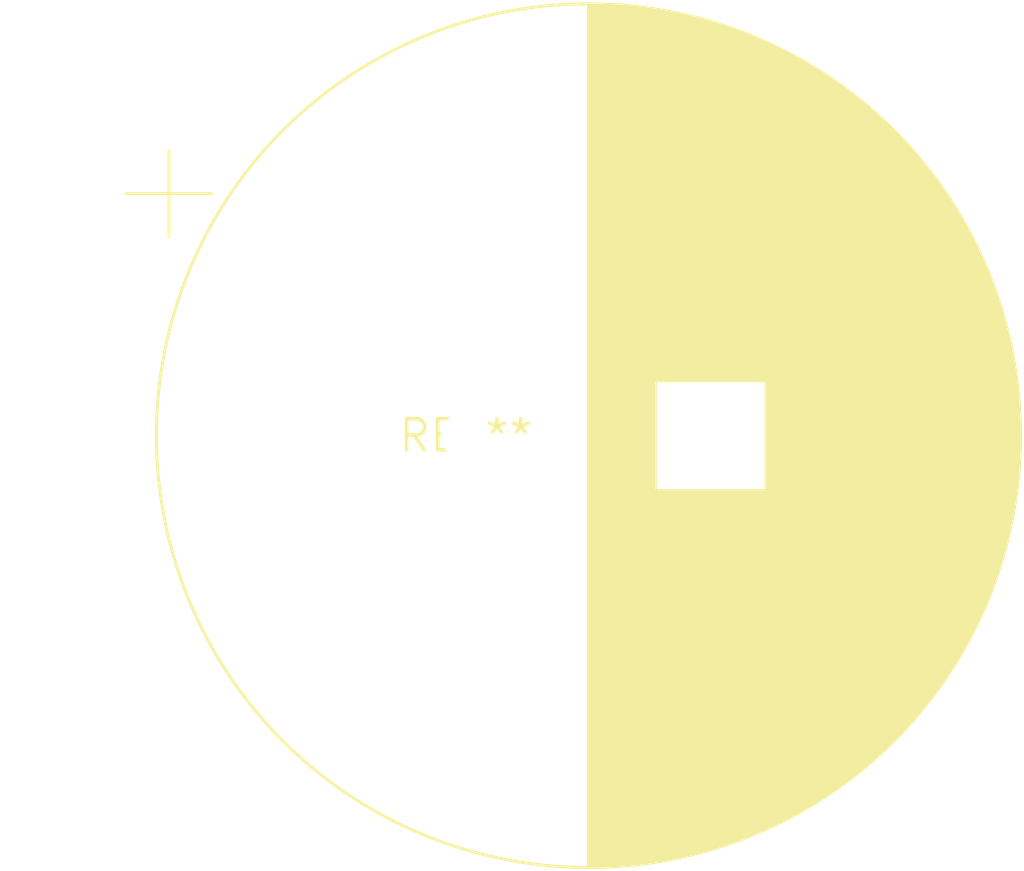
<source format=kicad_pcb>
(kicad_pcb (version 20240108) (generator pcbnew)
  (layers (0 "F.Cu" signal) (31 "B.Cu" signal) (34 "B.Paste" user) (35 "F.Paste" user) (36 "B.SilkS" user "B.Silkscreen") (37 "F.SilkS" user "F.Silkscreen") (38 "B.Mask" user) (39 "F.Mask" user) (44 "Edge.Cuts" user))
  (net 0 "")
  (footprint "CP_Radial_D35.0mm_P10.00mm_SnapIn" (layer "F.Cu") (at 0 0)
    (property "Reference" "REF**")
    (property "Value" "CP_Radial_D35.0mm_P10.00mm_SnapIn")
    (fp_line (start -13.854002 -9.875) (end -10.354002 -9.875) (layer "F.SilkS") (stroke (width 0.12)))
    (fp_line (start -12.104002 -11.625) (end -12.104002 -8.125) (layer "F.SilkS") (stroke (width 0.12)))
    (fp_line (start 5 -17.58) (end 5 17.58) (layer "F.SilkS") (stroke (width 0.12)))
    (fp_line (start 5.04 -17.58) (end 5.04 17.58) (layer "F.SilkS") (stroke (width 0.12)))
    (fp_line (start 5.08 -17.58) (end 5.08 17.58) (layer "F.SilkS") (stroke (width 0.12)))
    (fp_line (start 5.12 -17.58) (end 5.12 17.58) (layer "F.SilkS") (stroke (width 0.12)))
    (fp_line (start 5.16 -17.58) (end 5.16 17.58) (layer "F.SilkS") (stroke (width 0.12)))
    (fp_line (start 5.2 -17.579) (end 5.2 17.579) (layer "F.SilkS") (stroke (width 0.12)))
    (fp_line (start 5.24 -17.579) (end 5.24 17.579) (layer "F.SilkS") (stroke (width 0.12)))
    (fp_line (start 5.28 -17.578) (end 5.28 17.578) (layer "F.SilkS") (stroke (width 0.12)))
    (fp_line (start 5.32 -17.578) (end 5.32 17.578) (layer "F.SilkS") (stroke (width 0.12)))
    (fp_line (start 5.36 -17.577) (end 5.36 17.577) (layer "F.SilkS") (stroke (width 0.12)))
    (fp_line (start 5.4 -17.576) (end 5.4 17.576) (layer "F.SilkS") (stroke (width 0.12)))
    (fp_line (start 5.44 -17.575) (end 5.44 17.575) (layer "F.SilkS") (stroke (width 0.12)))
    (fp_line (start 5.48 -17.574) (end 5.48 17.574) (layer "F.SilkS") (stroke (width 0.12)))
    (fp_line (start 5.52 -17.573) (end 5.52 17.573) (layer "F.SilkS") (stroke (width 0.12)))
    (fp_line (start 5.56 -17.572) (end 5.56 17.572) (layer "F.SilkS") (stroke (width 0.12)))
    (fp_line (start 5.6 -17.57) (end 5.6 17.57) (layer "F.SilkS") (stroke (width 0.12)))
    (fp_line (start 5.64 -17.569) (end 5.64 17.569) (layer "F.SilkS") (stroke (width 0.12)))
    (fp_line (start 5.68 -17.567) (end 5.68 17.567) (layer "F.SilkS") (stroke (width 0.12)))
    (fp_line (start 5.721 -17.566) (end 5.721 17.566) (layer "F.SilkS") (stroke (width 0.12)))
    (fp_line (start 5.761 -17.564) (end 5.761 17.564) (layer "F.SilkS") (stroke (width 0.12)))
    (fp_line (start 5.801 -17.562) (end 5.801 17.562) (layer "F.SilkS") (stroke (width 0.12)))
    (fp_line (start 5.841 -17.56) (end 5.841 17.56) (layer "F.SilkS") (stroke (width 0.12)))
    (fp_line (start 5.881 -17.559) (end 5.881 17.559) (layer "F.SilkS") (stroke (width 0.12)))
    (fp_line (start 5.921 -17.556) (end 5.921 17.556) (layer "F.SilkS") (stroke (width 0.12)))
    (fp_line (start 5.961 -17.554) (end 5.961 17.554) (layer "F.SilkS") (stroke (width 0.12)))
    (fp_line (start 6.001 -17.552) (end 6.001 17.552) (layer "F.SilkS") (stroke (width 0.12)))
    (fp_line (start 6.041 -17.55) (end 6.041 17.55) (layer "F.SilkS") (stroke (width 0.12)))
    (fp_line (start 6.081 -17.547) (end 6.081 17.547) (layer "F.SilkS") (stroke (width 0.12)))
    (fp_line (start 6.121 -17.545) (end 6.121 17.545) (layer "F.SilkS") (stroke (width 0.12)))
    (fp_line (start 6.161 -17.542) (end 6.161 17.542) (layer "F.SilkS") (stroke (width 0.12)))
    (fp_line (start 6.201 -17.54) (end 6.201 17.54) (layer "F.SilkS") (stroke (width 0.12)))
    (fp_line (start 6.241 -17.537) (end 6.241 17.537) (layer "F.SilkS") (stroke (width 0.12)))
    (fp_line (start 6.281 -17.534) (end 6.281 17.534) (layer "F.SilkS") (stroke (width 0.12)))
    (fp_line (start 6.321 -17.531) (end 6.321 17.531) (layer "F.SilkS") (stroke (width 0.12)))
    (fp_line (start 6.361 -17.528) (end 6.361 17.528) (layer "F.SilkS") (stroke (width 0.12)))
    (fp_line (start 6.401 -17.525) (end 6.401 17.525) (layer "F.SilkS") (stroke (width 0.12)))
    (fp_line (start 6.441 -17.522) (end 6.441 17.522) (layer "F.SilkS") (stroke (width 0.12)))
    (fp_line (start 6.481 -17.518) (end 6.481 17.518) (layer "F.SilkS") (stroke (width 0.12)))
    (fp_line (start 6.521 -17.515) (end 6.521 17.515) (layer "F.SilkS") (stroke (width 0.12)))
    (fp_line (start 6.561 -17.511) (end 6.561 17.511) (layer "F.SilkS") (stroke (width 0.12)))
    (fp_line (start 6.601 -17.508) (end 6.601 17.508) (layer "F.SilkS") (stroke (width 0.12)))
    (fp_line (start 6.641 -17.504) (end 6.641 17.504) (layer "F.SilkS") (stroke (width 0.12)))
    (fp_line (start 6.681 -17.5) (end 6.681 17.5) (layer "F.SilkS") (stroke (width 0.12)))
    (fp_line (start 6.721 -17.496) (end 6.721 17.496) (layer "F.SilkS") (stroke (width 0.12)))
    (fp_line (start 6.761 -17.492) (end 6.761 17.492) (layer "F.SilkS") (stroke (width 0.12)))
    (fp_line (start 6.801 -17.488) (end 6.801 17.488) (layer "F.SilkS") (stroke (width 0.12)))
    (fp_line (start 6.841 -17.484) (end 6.841 17.484) (layer "F.SilkS") (stroke (width 0.12)))
    (fp_line (start 6.881 -17.48) (end 6.881 17.48) (layer "F.SilkS") (stroke (width 0.12)))
    (fp_line (start 6.921 -17.476) (end 6.921 17.476) (layer "F.SilkS") (stroke (width 0.12)))
    (fp_line (start 6.961 -17.471) (end 6.961 17.471) (layer "F.SilkS") (stroke (width 0.12)))
    (fp_line (start 7.001 -17.467) (end 7.001 17.467) (layer "F.SilkS") (stroke (width 0.12)))
    (fp_line (start 7.041 -17.462) (end 7.041 17.462) (layer "F.SilkS") (stroke (width 0.12)))
    (fp_line (start 7.081 -17.457) (end 7.081 17.457) (layer "F.SilkS") (stroke (width 0.12)))
    (fp_line (start 7.121 -17.452) (end 7.121 17.452) (layer "F.SilkS") (stroke (width 0.12)))
    (fp_line (start 7.161 -17.448) (end 7.161 17.448) (layer "F.SilkS") (stroke (width 0.12)))
    (fp_line (start 7.201 -17.443) (end 7.201 17.443) (layer "F.SilkS") (stroke (width 0.12)))
    (fp_line (start 7.241 -17.438) (end 7.241 17.438) (layer "F.SilkS") (stroke (width 0.12)))
    (fp_line (start 7.281 -17.432) (end 7.281 17.432) (layer "F.SilkS") (stroke (width 0.12)))
    (fp_line (start 7.321 -17.427) (end 7.321 17.427) (layer "F.SilkS") (stroke (width 0.12)))
    (fp_line (start 7.361 -17.422) (end 7.361 17.422) (layer "F.SilkS") (stroke (width 0.12)))
    (fp_line (start 7.401 -17.416) (end 7.401 17.416) (layer "F.SilkS") (stroke (width 0.12)))
    (fp_line (start 7.441 -17.411) (end 7.441 17.411) (layer "F.SilkS") (stroke (width 0.12)))
    (fp_line (start 7.481 -17.405) (end 7.481 17.405) (layer "F.SilkS") (stroke (width 0.12)))
    (fp_line (start 7.521 -17.399) (end 7.521 17.399) (layer "F.SilkS") (stroke (width 0.12)))
    (fp_line (start 7.561 -17.394) (end 7.561 17.394) (layer "F.SilkS") (stroke (width 0.12)))
    (fp_line (start 7.601 -17.388) (end 7.601 17.388) (layer "F.SilkS") (stroke (width 0.12)))
    (fp_line (start 7.641 -17.382) (end 7.641 17.382) (layer "F.SilkS") (stroke (width 0.12)))
    (fp_line (start 7.681 -17.375) (end 7.681 17.375) (layer "F.SilkS") (stroke (width 0.12)))
    (fp_line (start 7.721 -17.369) (end 7.721 17.369) (layer "F.SilkS") (stroke (width 0.12)))
    (fp_line (start 7.761 -17.363) (end 7.761 -2.24) (layer "F.SilkS") (stroke (width 0.12)))
    (fp_line (start 7.761 2.24) (end 7.761 17.363) (layer "F.SilkS") (stroke (width 0.12)))
    (fp_line (start 7.801 -17.357) (end 7.801 -2.24) (layer "F.SilkS") (stroke (width 0.12)))
    (fp_line (start 7.801 2.24) (end 7.801 17.357) (layer "F.SilkS") (stroke (width 0.12)))
    (fp_line (start 7.841 -17.35) (end 7.841 -2.24) (layer "F.SilkS") (stroke (width 0.12)))
    (fp_line (start 7.841 2.24) (end 7.841 17.35) (layer "F.SilkS") (stroke (width 0.12)))
    (fp_line (start 7.881 -17.344) (end 7.881 -2.24) (layer "F.SilkS") (stroke (width 0.12)))
    (fp_line (start 7.881 2.24) (end 7.881 17.344) (layer "F.SilkS") (stroke (width 0.12)))
    (fp_line (start 7.921 -17.337) (end 7.921 -2.24) (layer "F.SilkS") (stroke (width 0.12)))
    (fp_line (start 7.921 2.24) (end 7.921 17.337) (layer "F.SilkS") (stroke (width 0.12)))
    (fp_line (start 7.961 -17.33) (end 7.961 -2.24) (layer "F.SilkS") (stroke (width 0.12)))
    (fp_line (start 7.961 2.24) (end 7.961 17.33) (layer "F.SilkS") (stroke (width 0.12)))
    (fp_line (start 8.001 -17.323) (end 8.001 -2.24) (layer "F.SilkS") (stroke (width 0.12)))
    (fp_line (start 8.001 2.24) (end 8.001 17.323) (layer "F.SilkS") (stroke (width 0.12)))
    (fp_line (start 8.041 -17.316) (end 8.041 -2.24) (layer "F.SilkS") (stroke (width 0.12)))
    (fp_line (start 8.041 2.24) (end 8.041 17.316) (layer "F.SilkS") (stroke (width 0.12)))
    (fp_line (start 8.081 -17.309) (end 8.081 -2.24) (layer "F.SilkS") (stroke (width 0.12)))
    (fp_line (start 8.081 2.24) (end 8.081 17.309) (layer "F.SilkS") (stroke (width 0.12)))
    (fp_line (start 8.121 -17.302) (end 8.121 -2.24) (layer "F.SilkS") (stroke (width 0.12)))
    (fp_line (start 8.121 2.24) (end 8.121 17.302) (layer "F.SilkS") (stroke (width 0.12)))
    (fp_line (start 8.161 -17.295) (end 8.161 -2.24) (layer "F.SilkS") (stroke (width 0.12)))
    (fp_line (start 8.161 2.24) (end 8.161 17.295) (layer "F.SilkS") (stroke (width 0.12)))
    (fp_line (start 8.201 -17.287) (end 8.201 -2.24) (layer "F.SilkS") (stroke (width 0.12)))
    (fp_line (start 8.201 2.24) (end 8.201 17.287) (layer "F.SilkS") (stroke (width 0.12)))
    (fp_line (start 8.241 -17.28) (end 8.241 -2.24) (layer "F.SilkS") (stroke (width 0.12)))
    (fp_line (start 8.241 2.24) (end 8.241 17.28) (layer "F.SilkS") (stroke (width 0.12)))
    (fp_line (start 8.281 -17.273) (end 8.281 -2.24) (layer "F.SilkS") (stroke (width 0.12)))
    (fp_line (start 8.281 2.24) (end 8.281 17.273) (layer "F.SilkS") (stroke (width 0.12)))
    (fp_line (start 8.321 -17.265) (end 8.321 -2.24) (layer "F.SilkS") (stroke (width 0.12)))
    (fp_line (start 8.321 2.24) (end 8.321 17.265) (layer "F.SilkS") (stroke (width 0.12)))
    (fp_line (start 8.361 -17.257) (end 8.361 -2.24) (layer "F.SilkS") (stroke (width 0.12)))
    (fp_line (start 8.361 2.24) (end 8.361 17.257) (layer "F.SilkS") (stroke (width 0.12)))
    (fp_line (start 8.401 -17.249) (end 8.401 -2.24) (layer "F.SilkS") (stroke (width 0.12)))
    (fp_line (start 8.401 2.24) (end 8.401 17.249) (layer "F.SilkS") (stroke (width 0.12)))
    (fp_line (start 8.441 -17.241) (end 8.441 -2.24) (layer "F.SilkS") (stroke (width 0.12)))
    (fp_line (start 8.441 2.24) (end 8.441 17.241) (layer "F.SilkS") (stroke (width 0.12)))
    (fp_line (start 8.481 -17.233) (end 8.481 -2.24) (layer "F.SilkS") (stroke (width 0.12)))
    (fp_line (start 8.481 2.24) (end 8.481 17.233) (layer "F.SilkS") (stroke (width 0.12)))
    (fp_line (start 8.521 -17.225) (end 8.521 -2.24) (layer "F.SilkS") (stroke (width 0.12)))
    (fp_line (start 8.521 2.24) (end 8.521 17.225) (layer "F.SilkS") (stroke (width 0.12)))
    (fp_line (start 8.561 -17.217) (end 8.561 -2.24) (layer "F.SilkS") (stroke (width 0.12)))
    (fp_line (start 8.561 2.24) (end 8.561 17.217) (layer "F.SilkS") (stroke (width 0.12)))
    (fp_line (start 8.601 -17.209) (end 8.601 -2.24) (layer "F.SilkS") (stroke (width 0.12)))
    (fp_line (start 8.601 2.24) (end 8.601 17.209) (layer "F.SilkS") (stroke (width 0.12)))
    (fp_line (start 8.641 -17.2) (end 8.641 -2.24) (layer "F.SilkS") (stroke (width 0.12)))
    (fp_line (start 8.641 2.24) (end 8.641 17.2) (layer "F.SilkS") (stroke (width 0.12)))
    (fp_line (start 8.681 -17.192) (end 8.681 -2.24) (layer "F.SilkS") (stroke (width 0.12)))
    (fp_line (start 8.681 2.24) (end 8.681 17.192) (layer "F.SilkS") (stroke (width 0.12)))
    (fp_line (start 8.721 -17.183) (end 8.721 -2.24) (layer "F.SilkS") (stroke (width 0.12)))
    (fp_line (start 8.721 2.24) (end 8.721 17.183) (layer "F.SilkS") (stroke (width 0.12)))
    (fp_line (start 8.761 -17.175) (end 8.761 -2.24) (layer "F.SilkS") (stroke (width 0.12)))
    (fp_line (start 8.761 2.24) (end 8.761 17.175) (layer "F.SilkS") (stroke (width 0.12)))
    (fp_line (start 8.801 -17.166) (end 8.801 -2.24) (layer "F.SilkS") (stroke (width 0.12)))
    (fp_line (start 8.801 2.24) (end 8.801 17.166) (layer "F.SilkS") (stroke (width 0.12)))
    (fp_line (start 8.841 -17.157) (end 8.841 -2.24) (layer "F.SilkS") (stroke (width 0.12)))
    (fp_line (start 8.841 2.24) (end 8.841 17.157) (layer "F.SilkS") (stroke (width 0.12)))
    (fp_line (start 8.881 -17.148) (end 8.881 -2.24) (layer "F.SilkS") (stroke (width 0.12)))
    (fp_line (start 8.881 2.24) (end 8.881 17.148) (layer "F.SilkS") (stroke (width 0.12)))
    (fp_line (start 8.921 -17.139) (end 8.921 -2.24) (layer "F.SilkS") (stroke (width 0.12)))
    (fp_line (start 8.921 2.24) (end 8.921 17.139) (layer "F.SilkS") (stroke (width 0.12)))
    (fp_line (start 8.961 -17.13) (end 8.961 -2.24) (layer "F.SilkS") (stroke (width 0.12)))
    (fp_line (start 8.961 2.24) (end 8.961 17.13) (layer "F.SilkS") (stroke (width 0.12)))
    (fp_line (start 9.001 -17.12) (end 9.001 -2.24) (layer "F.SilkS") (stroke (width 0.12)))
    (fp_line (start 9.001 2.24) (end 9.001 17.12) (layer "F.SilkS") (stroke (width 0.12)))
    (fp_line (start 9.041 -17.111) (end 9.041 -2.24) (layer "F.SilkS") (stroke (width 0.12)))
    (fp_line (start 9.041 2.24) (end 9.041 17.111) (layer "F.SilkS") (stroke (width 0.12)))
    (fp_line (start 9.081 -17.102) (end 9.081 -2.24) (layer "F.SilkS") (stroke (width 0.12)))
    (fp_line (start 9.081 2.24) (end 9.081 17.102) (layer "F.SilkS") (stroke (width 0.12)))
    (fp_line (start 9.121 -17.092) (end 9.121 -2.24) (layer "F.SilkS") (stroke (width 0.12)))
    (fp_line (start 9.121 2.24) (end 9.121 17.092) (layer "F.SilkS") (stroke (width 0.12)))
    (fp_line (start 9.161 -17.082) (end 9.161 -2.24) (layer "F.SilkS") (stroke (width 0.12)))
    (fp_line (start 9.161 2.24) (end 9.161 17.082) (layer "F.SilkS") (stroke (width 0.12)))
    (fp_line (start 9.201 -17.073) (end 9.201 -2.24) (layer "F.SilkS") (stroke (width 0.12)))
    (fp_line (start 9.201 2.24) (end 9.201 17.073) (layer "F.SilkS") (stroke (width 0.12)))
    (fp_line (start 9.241 -17.063) (end 9.241 -2.24) (layer "F.SilkS") (stroke (width 0.12)))
    (fp_line (start 9.241 2.24) (end 9.241 17.063) (layer "F.SilkS") (stroke (width 0.12)))
    (fp_line (start 9.281 -17.053) (end 9.281 -2.24) (layer "F.SilkS") (stroke (width 0.12)))
    (fp_line (start 9.281 2.24) (end 9.281 17.053) (layer "F.SilkS") (stroke (width 0.12)))
    (fp_line (start 9.321 -17.043) (end 9.321 -2.24) (layer "F.SilkS") (stroke (width 0.12)))
    (fp_line (start 9.321 2.24) (end 9.321 17.043) (layer "F.SilkS") (stroke (width 0.12)))
    (fp_line (start 9.361 -17.033) (end 9.361 -2.24) (layer "F.SilkS") (stroke (width 0.12)))
    (fp_line (start 9.361 2.24) (end 9.361 17.033) (layer "F.SilkS") (stroke (width 0.12)))
    (fp_line (start 9.401 -17.022) (end 9.401 -2.24) (layer "F.SilkS") (stroke (width 0.12)))
    (fp_line (start 9.401 2.24) (end 9.401 17.022) (layer "F.SilkS") (stroke (width 0.12)))
    (fp_line (start 9.441 -17.012) (end 9.441 -2.24) (layer "F.SilkS") (stroke (width 0.12)))
    (fp_line (start 9.441 2.24) (end 9.441 17.012) (layer "F.SilkS") (stroke (width 0.12)))
    (fp_line (start 9.481 -17.001) (end 9.481 -2.24) (layer "F.SilkS") (stroke (width 0.12)))
    (fp_line (start 9.481 2.24) (end 9.481 17.001) (layer "F.SilkS") (stroke (width 0.12)))
    (fp_line (start 9.521 -16.991) (end 9.521 -2.24) (layer "F.SilkS") (stroke (width 0.12)))
    (fp_line (start 9.521 2.24) (end 9.521 16.991) (layer "F.SilkS") (stroke (width 0.12)))
    (fp_line (start 9.561 -16.98) (end 9.561 -2.24) (layer "F.SilkS") (stroke (width 0.12)))
    (fp_line (start 9.561 2.24) (end 9.561 16.98) (layer "F.SilkS") (stroke (width 0.12)))
    (fp_line (start 9.601 -16.969) (end 9.601 -2.24) (layer "F.SilkS") (stroke (width 0.12)))
    (fp_line (start 9.601 2.24) (end 9.601 16.969) (layer "F.SilkS") (stroke (width 0.12)))
    (fp_line (start 9.641 -16.959) (end 9.641 -2.24) (layer "F.SilkS") (stroke (width 0.12)))
    (fp_line (start 9.641 2.24) (end 9.641 16.959) (layer "F.SilkS") (stroke (width 0.12)))
    (fp_line (start 9.681 -16.948) (end 9.681 -2.24) (layer "F.SilkS") (stroke (width 0.12)))
    (fp_line (start 9.681 2.24) (end 9.681 16.948) (layer "F.SilkS") (stroke (width 0.12)))
    (fp_line (start 9.721 -16.937) (end 9.721 -2.24) (layer "F.SilkS") (stroke (width 0.12)))
    (fp_line (start 9.721 2.24) (end 9.721 16.937) (layer "F.SilkS") (stroke (width 0.12)))
    (fp_line (start 9.761 -16.925) (end 9.761 -2.24) (layer "F.SilkS") (stroke (width 0.12)))
    (fp_line (start 9.761 2.24) (end 9.761 16.925) (layer "F.SilkS") (stroke (width 0.12)))
    (fp_line (start 9.801 -16.914) (end 9.801 -2.24) (layer "F.SilkS") (stroke (width 0.12)))
    (fp_line (start 9.801 2.24) (end 9.801 16.914) (layer "F.SilkS") (stroke (width 0.12)))
    (fp_line (start 9.841 -16.903) (end 9.841 -2.24) (layer "F.SilkS") (stroke (width 0.12)))
    (fp_line (start 9.841 2.24) (end 9.841 16.903) (layer "F.SilkS") (stroke (width 0.12)))
    (fp_line (start 9.881 -16.891) (end 9.881 -2.24) (layer "F.SilkS") (stroke (width 0.12)))
    (fp_line (start 9.881 2.24) (end 9.881 16.891) (layer "F.SilkS") (stroke (width 0.12)))
    (fp_line (start 9.921 -16.88) (end 9.921 -2.24) (layer "F.SilkS") (stroke (width 0.12)))
    (fp_line (start 9.921 2.24) (end 9.921 16.88) (layer "F.SilkS") (stroke (width 0.12)))
    (fp_line (start 9.961 -16.868) (end 9.961 -2.24) (layer "F.SilkS") (stroke (width 0.12)))
    (fp_line (start 9.961 2.24) (end 9.961 16.868) (layer "F.SilkS") (stroke (width 0.12)))
    (fp_line (start 10.001 -16.856) (end 10.001 -2.24) (layer "F.SilkS") (stroke (width 0.12)))
    (fp_line (start 10.001 2.24) (end 10.001 16.856) (layer "F.SilkS") (stroke (width 0.12)))
    (fp_line (start 10.041 -16.844) (end 10.041 -2.24) (layer "F.SilkS") (stroke (width 0.12)))
    (fp_line (start 10.041 2.24) (end 10.041 16.844) (layer "F.SilkS") (stroke (width 0.12)))
    (fp_line (start 10.081 -16.832) (end 10.081 -2.24) (layer "F.SilkS") (stroke (width 0.12)))
    (fp_line (start 10.081 2.24) (end 10.081 16.832) (layer "F.SilkS") (stroke (width 0.12)))
    (fp_line (start 10.121 -16.82) (end 10.121 -2.24) (layer "F.SilkS") (stroke (width 0.12)))
    (fp_line (start 10.121 2.24) (end 10.121 16.82) (layer "F.SilkS") (stroke (width 0.12)))
    (fp_line (start 10.161 -16.808) (end 10.161 -2.24) (layer "F.SilkS") (stroke (width 0.12)))
    (fp_line (start 10.161 2.24) (end 10.161 16.808) (layer "F.SilkS") (stroke (width 0.12)))
    (fp_line (start 10.201 -16.796) (end 10.201 -2.24) (layer "F.SilkS") (stroke (width 0.12)))
    (fp_line (start 10.201 2.24) (end 10.201 16.796) (layer "F.SilkS") (stroke (width 0.12)))
    (fp_line (start 10.241 -16.783) (end 10.241 -2.24) (layer "F.SilkS") (stroke (width 0.12)))
    (fp_line (start 10.241 2.24) (end 10.241 16.783) (layer "F.SilkS") (stroke (width 0.12)))
    (fp_line (start 10.281 -16.771) (end 10.281 -2.24) (layer "F.SilkS") (stroke (width 0.12)))
    (fp_line (start 10.281 2.24) (end 10.281 16.771) (layer "F.SilkS") (stroke (width 0.12)))
    (fp_line (start 10.321 -16.758) (end 10.321 -2.24) (layer "F.SilkS") (stroke (width 0.12)))
    (fp_line (start 10.321 2.24) (end 10.321 16.758) (layer "F.SilkS") (stroke (width 0.12)))
    (fp_line (start 10.361 -16.745) (end 10.361 -2.24) (layer "F.SilkS") (stroke (width 0.12)))
    (fp_line (start 10.361 2.24) (end 10.361 16.745) (layer "F.SilkS") (stroke (width 0.12)))
    (fp_line (start 10.401 -16.733) (end 10.401 -2.24) (layer "F.SilkS") (stroke (width 0.12)))
    (fp_line (start 10.401 2.24) (end 10.401 16.733) (layer "F.SilkS") (stroke (width 0.12)))
    (fp_line (start 10.441 -16.72) (end 10.441 -2.24) (layer "F.SilkS") (stroke (width 0.12)))
    (fp_line (start 10.441 2.24) (end 10.441 16.72) (layer "F.SilkS") (stroke (width 0.12)))
    (fp_line (start 10.481 -16.707) (end 10.481 -2.24) (layer "F.SilkS") (stroke (width 0.12)))
    (fp_line (start 10.481 2.24) (end 10.481 16.707) (layer "F.SilkS") (stroke (width 0.12)))
    (fp_line (start 10.521 -16.694) (end 10.521 -2.24) (layer "F.SilkS") (stroke (width 0.12)))
    (fp_line (start 10.521 2.24) (end 10.521 16.694) (layer "F.SilkS") (stroke (width 0.12)))
    (fp_line (start 10.561 -16.68) (end 10.561 -2.24) (layer "F.SilkS") (stroke (width 0.12)))
    (fp_line (start 10.561 2.24) (end 10.561 16.68) (layer "F.SilkS") (stroke (width 0.12)))
    (fp_line (start 10.601 -16.667) (end 10.601 -2.24) (layer "F.SilkS") (stroke (width 0.12)))
    (fp_line (start 10.601 2.24) (end 10.601 16.667) (layer "F.SilkS") (stroke (width 0.12)))
    (fp_line (start 10.641 -16.653) (end 10.641 -2.24) (layer "F.SilkS") (stroke (width 0.12)))
    (fp_line (start 10.641 2.24) (end 10.641 16.653) (layer "F.SilkS") (stroke (width 0.12)))
    (fp_line (start 10.681 -16.64) (end 10.681 -2.24) (layer "F.SilkS") (stroke (width 0.12)))
    (fp_line (start 10.681 2.24) (end 10.681 16.64) (layer "F.SilkS") (stroke (width 0.12)))
    (fp_line (start 10.721 -16.626) (end 10.721 -2.24) (layer "F.SilkS") (stroke (width 0.12)))
    (fp_line (start 10.721 2.24) (end 10.721 16.626) (layer "F.SilkS") (stroke (width 0.12)))
    (fp_line (start 10.761 -16.612) (end 10.761 -2.24) (layer "F.SilkS") (stroke (width 0.12)))
    (fp_line (start 10.761 2.24) (end 10.761 16.612) (layer "F.SilkS") (stroke (width 0.12)))
    (fp_line (start 10.801 -16.599) (end 10.801 -2.24) (layer "F.SilkS") (stroke (width 0.12)))
    (fp_line (start 10.801 2.24) (end 10.801 16.599) (layer "F.SilkS") (stroke (width 0.12)))
    (fp_line (start 10.841 -16.585) (end 10.841 -2.24) (layer "F.SilkS") (stroke (width 0.12)))
    (fp_line (start 10.841 2.24) (end 10.841 16.585) (layer "F.SilkS") (stroke (width 0.12)))
    (fp_line (start 10.881 -16.57) (end 10.881 -2.24) (layer "F.SilkS") (stroke (width 0.12)))
    (fp_line (start 10.881 2.24) (end 10.881 16.57) (layer "F.SilkS") (stroke (width 0.12)))
    (fp_line (start 10.921 -16.556) (end 10.921 -2.24) (layer "F.SilkS") (stroke (width 0.12)))
    (fp_line (start 10.921 2.24) (end 10.921 16.556) (layer "F.SilkS") (stroke (width 0.12)))
    (fp_line (start 10.961 -16.542) (end 10.961 -2.24) (layer "F.SilkS") (stroke (width 0.12)))
    (fp_line (start 10.961 2.24) (end 10.961 16.542) (layer "F.SilkS") (stroke (width 0.12)))
    (fp_line (start 11.001 -16.527) (end 11.001 -2.24) (layer "F.SilkS") (stroke (width 0.12)))
    (fp_line (start 11.001 2.24) (end 11.001 16.527) (layer "F.SilkS") (stroke (width 0.12)))
    (fp_line (start 11.041 -16.513) (end 11.041 -2.24) (layer "F.SilkS") (stroke (width 0.12)))
    (fp_line (start 11.041 2.24) (end 11.041 16.513) (layer "F.SilkS") (stroke (width 0.12)))
    (fp_line (start 11.081 -16.498) (end 11.081 -2.24) (layer "F.SilkS") (stroke (width 0.12)))
    (fp_line (start 11.081 2.24) (end 11.081 16.498) (layer "F.SilkS") (stroke (width 0.12)))
    (fp_line (start 11.121 -16.484) (end 11.121 -2.24) (layer "F.SilkS") (stroke (width 0.12)))
    (fp_line (start 11.121 2.24) (end 11.121 16.484) (layer "F.SilkS") (stroke (width 0.12)))
    (fp_line (start 11.161 -16.469) (end 11.161 -2.24) (layer "F.SilkS") (stroke (width 0.12)))
    (fp_line (start 11.161 2.24) (end 11.161 16.469) (layer "F.SilkS") (stroke (width 0.12)))
    (fp_line (start 11.201 -16.454) (end 11.201 -2.24) (layer "F.SilkS") (stroke (width 0.12)))
    (fp_line (start 11.201 2.24) (end 11.201 16.454) (layer "F.SilkS") (stroke (width 0.12)))
    (fp_line (start 11.241 -16.439) (end 11.241 -2.24) (layer "F.SilkS") (stroke (width 0.12)))
    (fp_line (start 11.241 2.24) (end 11.241 16.439) (layer "F.SilkS") (stroke (width 0.12)))
    (fp_line (start 11.281 -16.423) (end 11.281 -2.24) (layer "F.SilkS") (stroke (width 0.12)))
    (fp_line (start 11.281 2.24) (end 11.281 16.423) (layer "F.SilkS") (stroke (width 0.12)))
    (fp_line (start 11.321 -16.408) (end 11.321 -2.24) (layer "F.SilkS") (stroke (width 0.12)))
    (fp_line (start 11.321 2.24) (end 11.321 16.408) (layer "F.SilkS") (stroke (width 0.12)))
    (fp_line (start 11.361 -16.393) (end 11.361 -2.24) (layer "F.SilkS") (stroke (width 0.12)))
    (fp_line (start 11.361 2.24) (end 11.361 16.393) (layer "F.SilkS") (stroke (width 0.12)))
    (fp_line (start 11.401 -16.377) (end 11.401 -2.24) (layer "F.SilkS") (stroke (width 0.12)))
    (fp_line (start 11.401 2.24) (end 11.401 16.377) (layer "F.SilkS") (stroke (width 0.12)))
    (fp_line (start 11.441 -16.361) (end 11.441 -2.24) (layer "F.SilkS") (stroke (width 0.12)))
    (fp_line (start 11.441 2.24) (end 11.441 16.361) (layer "F.SilkS") (stroke (width 0.12)))
    (fp_line (start 11.481 -16.346) (end 11.481 -2.24) (layer "F.SilkS") (stroke (width 0.12)))
    (fp_line (start 11.481 2.24) (end 11.481 16.346) (layer "F.SilkS") (stroke (width 0.12)))
    (fp_line (start 11.521 -16.33) (end 11.521 -2.24) (layer "F.SilkS") (stroke (width 0.12)))
    (fp_line (start 11.521 2.24) (end 11.521 16.33) (layer "F.SilkS") (stroke (width 0.12)))
    (fp_line (start 11.561 -16.314) (end 11.561 -2.24) (layer "F.SilkS") (stroke (width 0.12)))
    (fp_line (start 11.561 2.24) (end 11.561 16.314) (layer "F.SilkS") (stroke (width 0.12)))
    (fp_line (start 11.601 -16.298) (end 11.601 -2.24) (layer "F.SilkS") (stroke (width 0.12)))
    (fp_line (start 11.601 2.24) (end 11.601 16.298) (layer "F.SilkS") (stroke (width 0.12)))
    (fp_line (start 11.641 -16.281) (end 11.641 -2.24) (layer "F.SilkS") (stroke (width 0.12)))
    (fp_line (start 11.641 2.24) (end 11.641 16.281) (layer "F.SilkS") (stroke (width 0.12)))
    (fp_line (start 11.681 -16.265) (end 11.681 -2.24) (layer "F.SilkS") (stroke (width 0.12)))
    (fp_line (start 11.681 2.24) (end 11.681 16.265) (layer "F.SilkS") (stroke (width 0.12)))
    (fp_line (start 11.721 -16.249) (end 11.721 -2.24) (layer "F.SilkS") (stroke (width 0.12)))
    (fp_line (start 11.721 2.24) (end 11.721 16.249) (layer "F.SilkS") (stroke (width 0.12)))
    (fp_line (start 11.761 -16.232) (end 11.761 -2.24) (layer "F.SilkS") (stroke (width 0.12)))
    (fp_line (start 11.761 2.24) (end 11.761 16.232) (layer "F.SilkS") (stroke (width 0.12)))
    (fp_line (start 11.801 -16.215) (end 11.801 -2.24) (layer "F.SilkS") (stroke (width 0.12)))
    (fp_line (start 11.801 2.24) (end 11.801 16.215) (layer "F.SilkS") (stroke (width 0.12)))
    (fp_line (start 11.841 -16.199) (end 11.841 -2.24) (layer "F.SilkS") (stroke (width 0.12)))
    (fp_line (start 11.841 2.24) (end 11.841 16.199) (layer "F.SilkS") (stroke (width 0.12)))
    (fp_line (start 11.881 -16.182) (end 11.881 -2.24) (layer "F.SilkS") (stroke (width 0.12)))
    (fp_line (start 11.881 2.24) (end 11.881 16.182) (layer "F.SilkS") (stroke (width 0.12)))
    (fp_line (start 11.921 -16.165) (end 11.921 -2.24) (layer "F.SilkS") (stroke (width 0.12)))
    (fp_line (start 11.921 2.24) (end 11.921 16.165) (layer "F.SilkS") (stroke (width 0.12)))
    (fp_line (start 11.961 -16.148) (end 11.961 -2.24) (layer "F.SilkS") (stroke (width 0.12)))
    (fp_line (start 11.961 2.24) (end 11.961 16.148) (layer "F.SilkS") (stroke (width 0.12)))
    (fp_line (start 12.001 -16.13) (end 12.001 -2.24) (layer "F.SilkS") (stroke (width 0.12)))
    (fp_line (start 12.001 2.24) (end 12.001 16.13) (layer "F.SilkS") (stroke (width 0.12)))
    (fp_line (start 12.041 -16.113) (end 12.041 -2.24) (layer "F.SilkS") (stroke (width 0.12)))
    (fp_line (start 12.041 2.24) (end 12.041 16.113) (layer "F.SilkS") (stroke (width 0.12)))
    (fp_line (start 12.081 -16.095) (end 12.081 -2.24) (layer "F.SilkS") (stroke (width 0.12)))
    (fp_line (start 12.081 2.24) (end 12.081 16.095) (layer "F.SilkS") (stroke (width 0.12)))
    (fp_line (start 12.121 -16.078) (end 12.121 -2.24) (layer "F.SilkS") (stroke (width 0.12)))
    (fp_line (start 12.121 2.24) (end 12.121 16.078) (layer "F.SilkS") (stroke (width 0.12)))
    (fp_line (start 12.161 -16.06) (end 12.161 -2.24) (layer "F.SilkS") (stroke (width 0.12)))
    (fp_line (start 12.161 2.24) (end 12.161 16.06) (layer "F.SilkS") (stroke (width 0.12)))
    (fp_line (start 12.201 -16.042) (end 12.201 -2.24) (layer "F.SilkS") (stroke (width 0.12)))
    (fp_line (start 12.201 2.24) (end 12.201 16.042) (layer "F.SilkS") (stroke (width 0.12)))
    (fp_line (start 12.241 -16.024) (end 12.241 16.024) (layer "F.SilkS") (stroke (width 0.12)))
    (fp_line (start 12.281 -16.006) (end 12.281 16.006) (layer "F.SilkS") (stroke (width 0.12)))
    (fp_line (start 12.321 -15.988) (end 12.321 15.988) (layer "F.SilkS") (stroke (width 0.12)))
    (fp_line (start 12.361 -15.97) (end 12.361 15.97) (layer "F.SilkS") (stroke (width 0.12)))
    (fp_line (start 12.401 -15.951) (end 12.401 15.951) (layer "F.SilkS") (stroke (width 0.12)))
    (fp_line (start 12.441 -15.933) (end 12.441 15.933) (layer "F.SilkS") (stroke (width 0.12)))
    (fp_line (start 12.481 -15.914) (end 12.481 15.914) (layer "F.SilkS") (stroke (width 0.12)))
    (fp_line (start 12.521 -15.895) (end 12.521 15.895) (layer "F.SilkS") (stroke (width 0.12)))
    (fp_line (start 12.561 -15.876) (end 12.561 15.876) (layer "F.SilkS") (stroke (width 0.12)))
    (fp_line (start 12.601 -15.857) (end 12.601 15.857) (layer "F.SilkS") (stroke (width 0.12)))
    (fp_line (start 12.641 -15.838) (end 12.641 15.838) (layer "F.SilkS") (stroke (width 0.12)))
    (fp_line (start 12.681 -15.819) (end 12.681 15.819) (layer "F.SilkS") (stroke (width 0.12)))
    (fp_line (start 12.721 -15.799) (end 12.721 15.799) (layer "F.SilkS") (stroke (width 0.12)))
    (fp_line (start 12.761 -15.78) (end 12.761 15.78) (layer "F.SilkS") (stroke (width 0.12)))
    (fp_line (start 12.801 -15.76) (end 12.801 15.76) (layer "F.SilkS") (stroke (width 0.12)))
    (fp_line (start 12.841 -15.74) (end 12.841 15.74) (layer "F.SilkS") (stroke (width 0.12)))
    (fp_line (start 12.881 -15.72) (end 12.881 15.72) (layer "F.SilkS") (stroke (width 0.12)))
    (fp_line (start 12.921 -15.7) (end 12.921 15.7) (layer "F.SilkS") (stroke (width 0.12)))
    (fp_line (start 12.961 -15.68) (end 12.961 15.68) (layer "F.SilkS") (stroke (width 0.12)))
    (fp_line (start 13.001 -15.66) (end 13.001 15.66) (layer "F.SilkS") (stroke (width 0.12)))
    (fp_line (start 13.041 -15.639) (end 13.041 15.639) (layer "F.SilkS") (stroke (width 0.12)))
    (fp_line (start 13.081 -15.619) (end 13.081 15.619) (layer "F.SilkS") (stroke (width 0.12)))
    (fp_line (start 13.121 -15.598) (end 13.121 15.598) (layer "F.SilkS") (stroke (width 0.12)))
    (fp_line (start 13.161 -15.577) (end 13.161 15.577) (layer "F.SilkS") (stroke (width 0.12)))
    (fp_line (start 13.2 -15.556) (end 13.2 15.556) (layer "F.SilkS") (stroke (width 0.12)))
    (fp_line (start 13.24 -15.535) (end 13.24 15.535) (layer "F.SilkS") (stroke (width 0.12)))
    (fp_line (start 13.28 -15.514) (end 13.28 15.514) (layer "F.SilkS") (stroke (width 0.12)))
    (fp_line (start 13.32 -15.492) (end 13.32 15.492) (layer "F.SilkS") (stroke (width 0.12)))
    (fp_line (start 13.36 -15.471) (end 13.36 15.471) (layer "F.SilkS") (stroke (width 0.12)))
    (fp_line (start 13.4 -15.449) (end 13.4 15.449) (layer "F.SilkS") (stroke (width 0.12)))
    (fp_line (start 13.44 -15.428) (end 13.44 15.428) (layer "F.SilkS") (stroke (width 0.12)))
    (fp_line (start 13.48 -15.406) (end 13.48 15.406) (layer "F.SilkS") (stroke (width 0.12)))
    (fp_line (start 13.52 -15.384) (end 13.52 15.384) (layer "F.SilkS") (stroke (width 0.12)))
    (fp_line (start 13.56 -15.361) (end 13.56 15.361) (layer "F.SilkS") (stroke (width 0.12)))
    (fp_line (start 13.6 -15.339) (end 13.6 15.339) (layer "F.SilkS") (stroke (width 0.12)))
    (fp_line (start 13.64 -15.317) (end 13.64 15.317) (layer "F.SilkS") (stroke (width 0.12)))
    (fp_line (start 13.68 -15.294) (end 13.68 15.294) (layer "F.SilkS") (stroke (width 0.12)))
    (fp_line (start 13.72 -15.271) (end 13.72 15.271) (layer "F.SilkS") (stroke (width 0.12)))
    (fp_line (start 13.76 -15.249) (end 13.76 15.249) (layer "F.SilkS") (stroke (width 0.12)))
    (fp_line (start 13.8 -15.226) (end 13.8 15.226) (layer "F.SilkS") (stroke (width 0.12)))
    (fp_line (start 13.84 -15.203) (end 13.84 15.203) (layer "F.SilkS") (stroke (width 0.12)))
    (fp_line (start 13.88 -15.179) (end 13.88 15.179) (layer "F.SilkS") (stroke (width 0.12)))
    (fp_line (start 13.92 -15.156) (end 13.92 15.156) (layer "F.SilkS") (stroke (width 0.12)))
    (fp_line (start 13.96 -15.132) (end 13.96 15.132) (layer "F.SilkS") (stroke (width 0.12)))
    (fp_line (start 14 -15.109) (end 14 15.109) (layer "F.SilkS") (stroke (width 0.12)))
    (fp_line (start 14.04 -15.085) (end 14.04 15.085) (layer "F.SilkS") (stroke (width 0.12)))
    (fp_line (start 14.08 -15.061) (end 14.08 15.061) (layer "F.SilkS") (stroke (width 0.12)))
    (fp_line (start 14.12 -15.037) (end 14.12 15.037) (layer "F.SilkS") (stroke (width 0.12)))
    (fp_line (start 14.16 -15.012) (end 14.16 15.012) (layer "F.SilkS") (stroke (width 0.12)))
    (fp_line (start 14.2 -14.988) (end 14.2 14.988) (layer "F.SilkS") (stroke (width 0.12)))
    (fp_line (start 14.24 -14.963) (end 14.24 14.963) (layer "F.SilkS") (stroke (width 0.12)))
    (fp_line (start 14.28 -14.939) (end 14.28 14.939) (layer "F.SilkS") (stroke (width 0.12)))
    (fp_line (start 14.32 -14.914) (end 14.32 14.914) (layer "F.SilkS") (stroke (width 0.12)))
    (fp_line (start 14.36 -14.889) (end 14.36 14.889) (layer "F.SilkS") (stroke (width 0.12)))
    (fp_line (start 14.4 -14.864) (end 14.4 14.864) (layer "F.SilkS") (stroke (width 0.12)))
    (fp_line (start 14.44 -14.838) (end 14.44 14.838) (layer "F.SilkS") (stroke (width 0.12)))
    (fp_line (start 14.48 -14.813) (end 14.48 14.813) (layer "F.SilkS") (stroke (width 0.12)))
    (fp_line (start 14.52 -14.787) (end 14.52 14.787) (layer "F.SilkS") (stroke (width 0.12)))
    (fp_line (start 14.56 -14.762) (end 14.56 14.762) (layer "F.SilkS") (stroke (width 0.12)))
    (fp_line (start 14.6 -14.736) (end 14.6 14.736) (layer "F.SilkS") (stroke (width 0.12)))
    (fp_line (start 14.64 -14.71) (end 14.64 14.71) (layer "F.SilkS") (stroke (width 0.12)))
    (fp_line (start 14.68 -14.683) (end 14.68 14.683) (layer "F.SilkS") (stroke (width 0.12)))
    (fp_line (start 14.72 -14.657) (end 14.72 14.657) (layer "F.SilkS") (stroke (width 0.12)))
    (fp_line (start 14.76 -14.63) (end 14.76 14.63) (layer "F.SilkS") (stroke (width 0.12)))
    (fp_line (start 14.8 -14.604) (end 14.8 14.604) (layer "F.SilkS") (stroke (width 0.12)))
    (fp_line (start 14.84 -14.577) (end 14.84 14.577) (layer "F.SilkS") (stroke (width 0.12)))
    (fp_line (start 14.88 -14.55) (end 14.88 14.55) (layer "F.SilkS") (stroke (width 0.12)))
    (fp_line (start 14.92 -14.523) (end 14.92 14.523) (layer "F.SilkS") (stroke (width 0.12)))
    (fp_line (start 14.96 -14.495) (end 14.96 14.495) (layer "F.SilkS") (stroke (width 0.12)))
    (fp_line (start 15 -14.468) (end 15 14.468) (layer "F.SilkS") (stroke (width 0.12)))
    (fp_line (start 15.04 -14.44) (end 15.04 14.44) (layer "F.SilkS") (stroke (width 0.12)))
    (fp_line (start 15.08 -14.412) (end 15.08 14.412) (layer "F.SilkS") (stroke (width 0.12)))
    (fp_line (start 15.12 -14.384) (end 15.12 14.384) (layer "F.SilkS") (stroke (width 0.12)))
    (fp_line (start 15.16 -14.356) (end 15.16 14.356) (layer "F.SilkS") (stroke (width 0.12)))
    (fp_line (start 15.2 -14.328) (end 15.2 14.328) (layer "F.SilkS") (stroke (width 0.12)))
    (fp_line (start 15.24 -14.299) (end 15.24 14.299) (layer "F.SilkS") (stroke (width 0.12)))
    (fp_line (start 15.28 -14.271) (end 15.28 14.271) (layer "F.SilkS") (stroke (width 0.12)))
    (fp_line (start 15.32 -14.242) (end 15.32 14.242) (layer "F.SilkS") (stroke (width 0.12)))
    (fp_line (start 15.36 -14.213) (end 15.36 14.213) (layer "F.SilkS") (stroke (width 0.12)))
    (fp_line (start 15.4 -14.184) (end 15.4 14.184) (layer "F.SilkS") (stroke (width 0.12)))
    (fp_line (start 15.44 -14.155) (end 15.44 14.155) (layer "F.SilkS") (stroke (width 0.12)))
    (fp_line (start 15.48 -14.125) (end 15.48 14.125) (layer "F.SilkS") (stroke (width 0.12)))
    (fp_line (start 15.52 -14.095) (end 15.52 14.095) (layer "F.SilkS") (stroke (width 0.12)))
    (fp_line (start 15.56 -14.065) (end 15.56 14.065) (layer "F.SilkS") (stroke (width 0.12)))
    (fp_line (start 15.6 -14.035) (end 15.6 14.035) (layer "F.SilkS") (stroke (width 0.12)))
    (fp_line (start 15.64 -14.005) (end 15.64 14.005) (layer "F.SilkS") (stroke (width 0.12)))
    (fp_line (start 15.68 -13.975) (end 15.68 13.975) (layer "F.SilkS") (stroke (width 0.12)))
    (fp_line (start 15.72 -13.944) (end 15.72 13.944) (layer "F.SilkS") (stroke (width 0.12)))
    (fp_line (start 15.76 -13.914) (end 15.76 13.914) (layer "F.SilkS") (stroke (width 0.12)))
    (fp_line (start 15.8 -13.883) (end 15.8 13.883) (layer "F.SilkS") (stroke (width 0.12)))
    (fp_line (start 15.84 -13.851) (end 15.84 13.851) (layer "F.SilkS") (stroke (width 0.12)))
    (fp_line (start 15.88 -13.82) (end 15.88 13.82) (layer "F.SilkS") (stroke (width 0.12)))
    (fp_line (start 15.92 -13.789) (end 15.92 13.789) (layer "F.SilkS") (stroke (width 0.12)))
    (fp_line (start 15.96 -13.757) (end 15.96 13.757) (layer "F.SilkS") (stroke (width 0.12)))
    (fp_line (start 16 -13.725) (end 16 13.725) (layer "F.SilkS") (stroke (width 0.12)))
    (fp_line (start 16.04 -13.693) (end 16.04 13.693) (layer "F.SilkS") (stroke (width 0.12)))
    (fp_line (start 16.08 -13.661) (end 16.08 13.661) (layer "F.SilkS") (stroke (width 0.12)))
    (fp_line (start 16.12 -13.628) (end 16.12 13.628) (layer "F.SilkS") (stroke (width 0.12)))
    (fp_line (start 16.16 -13.596) (end 16.16 13.596) (layer "F.SilkS") (stroke (width 0.12)))
    (fp_line (start 16.2 -13.563) (end 16.2 13.563) (layer "F.SilkS") (stroke (width 0.12)))
    (fp_line (start 16.24 -13.53) (end 16.24 13.53) (layer "F.SilkS") (stroke (width 0.12)))
    (fp_line (start 16.28 -13.497) (end 16.28 13.497) (layer "F.SilkS") (stroke (width 0.12)))
    (fp_line (start 16.32 -13.463) (end 16.32 13.463) (layer "F.SilkS") (stroke (width 0.12)))
    (fp_line (start 16.36 -13.43) (end 16.36 13.43) (layer "F.SilkS") (stroke (width 0.12)))
    (fp_line (start 16.4 -13.396) (end 16.4 13.396) (layer "F.SilkS") (stroke (width 0.12)))
    (fp_line (start 16.44 -13.362) (end 16.44 13.362) (layer "F.SilkS") (stroke (width 0.12)))
    (fp_line (start 16.48 -13.327) (end 16.48 13.327) (layer "F.SilkS") (stroke (width 0.12)))
    (fp_line (start 16.52 -13.293) (end 16.52 13.293) (layer "F.SilkS") (stroke (width 0.12)))
    (fp_line (start 16.56 -13.258) (end 16.56 13.258) (layer "F.SilkS") (stroke (width 0.12)))
    (fp_line (start 16.6 -13.223) (end 16.6 13.223) (layer "F.SilkS") (stroke (width 0.12)))
    (fp_line (start 16.64 -13.188) (end 16.64 13.188) (layer "F.SilkS") (stroke (width 0.12)))
    (fp_line (start 16.68 -13.153) (end 16.68 13.153) (layer "F.SilkS") (stroke (width 0.12)))
    (fp_line (start 16.72 -13.117) (end 16.72 13.117) (layer "F.SilkS") (stroke (width 0.12)))
    (fp_line (start 16.76 -13.082) (end 16.76 13.082) (layer "F.SilkS") (stroke (width 0.12)))
    (fp_line (start 16.8 -13.046) (end 16.8 13.046) (layer "F.SilkS") (stroke (width 0.12)))
    (fp_line (start 16.84 -13.01) (end 16.84 13.01) (layer "F.SilkS") (stroke (width 0.12)))
    (fp_line (start 16.88 -12.973) (end 16.88 12.973) (layer "F.SilkS") (stroke (width 0.12)))
    (fp_line (start 16.92 -12.937) (end 16.92 12.937) (layer "F.SilkS") (stroke (width 0.12)))
    (fp_line (start 16.96 -12.9) (end 16.96 12.9) (layer "F.SilkS") (stroke (width 0.12)))
    (fp_line (start 17 -12.863) (end 17 12.863) (layer "F.SilkS") (stroke (width 0.12)))
    (fp_line (start 17.04 -12.825) (end 17.04 12.825) (layer "F.SilkS") (stroke (width 0.12)))
    (fp_line (start 17.08 -12.788) (end 17.08 12.788) (layer "F.SilkS") (stroke (width 0.12)))
    (fp_line (start 17.12 -12.75) (end 17.12 12.75) (layer "F.SilkS") (stroke (width 0.12)))
    (fp_line (start 17.16 -12.712) (end 17.16 12.712) (layer "F.SilkS") (stroke (width 0.12)))
    (fp_line (start 17.2 -12.674) (end 17.2 12.674) (layer "F.SilkS") (stroke (width 0.12)))
    (fp_line (start 17.24 -12.635) (end 17.24 12.635) (layer "F.SilkS") (stroke (width 0.12)))
    (fp_line (start 17.28 -12.596) (end 17.28 12.596) (layer "F.SilkS") (stroke (width 0.12)))
    (fp_line (start 17.32 -12.557) (end 17.32 12.557) (layer "F.SilkS") (stroke (width 0.12)))
    (fp_line (start 17.36 -12.518) (end 17.36 12.518) (layer "F.SilkS") (stroke (width 0.12)))
    (fp_line (start 17.4 -12.479) (end 17.4 12.479) (layer "F.SilkS") (stroke (width 0.12)))
    (fp_line (start 17.44 -12.439) (end 17.44 12.439) (layer "F.SilkS") (stroke (width 0.12)))
    (fp_line (start 17.48 -12.399) (end 17.48 12.399) (layer "F.SilkS") (stroke (width 0.12)))
    (fp_line (start 17.52 -12.359) (end 17.52 12.359) (layer "F.SilkS") (stroke (width 0.12)))
    (fp_line (start 17.56 -12.318) (end 17.56 12.318) (layer "F.SilkS") (stroke (width 0.12)))
    (fp_line (start 17.6 -12.277) (end 17.6 12.277) (layer "F.SilkS") (stroke (width 0.12)))
    (fp_line (start 17.64 -12.236) (end 17.64 12.236) (layer "F.SilkS") (stroke (width 0.12)))
    (fp_line (start 17.68 -12.195) (end 17.68 12.195) (layer "F.SilkS") (stroke (width 0.12)))
    (fp_line (start 17.72 -12.153) (end 17.72 12.153) (layer "F.SilkS") (stroke (width 0.12)))
    (fp_line (start 17.76 -12.111) (end 17.76 12.111) (layer "F.SilkS") (stroke (width 0.12)))
    (fp_line (start 17.8 -12.069) (end 17.8 12.069) (layer "F.SilkS") (stroke (width 0.12)))
    (fp_line (start 17.84 -12.027) (end 17.84 12.027) (layer "F.SilkS") (stroke (width 0.12)))
    (fp_line (start 17.88 -11.984) (end 17.88 11.984) (layer "F.SilkS") (stroke (width 0.12)))
    (fp_line (start 17.92 -11.941) (end 17.92 11.941) (layer "F.SilkS") (stroke (width 0.12)))
    (fp_line (start 17.96 -11.898) (end 17.96 11.898) (layer "F.SilkS") (stroke (width 0.12)))
    (fp_line (start 18 -11.854) (end 18 11.854) (layer "F.SilkS") (stroke (width 0.12)))
    (fp_line (start 18.04 -11.811) (end 18.04 11.811) (layer "F.SilkS") (stroke (width 0.12)))
    (fp_line (start 18.08 -11.766) (end 18.08 11.766) (layer "F.SilkS") (stroke (width 0.12)))
    (fp_line (start 18.12 -11.722) (end 18.12 11.722) (layer "F.SilkS") (stroke (width 0.12)))
    (fp_line (start 18.16 -11.677) (end 18.16 11.677) (layer "F.SilkS") (stroke (width 0.12)))
    (fp_line (start 18.2 -11.632) (end 18.2 11.632) (layer "F.SilkS") (stroke (width 0.12)))
    (fp_line (start 18.24 -11.587) (end 18.24 11.587) (layer "F.SilkS") (stroke (width 0.12)))
    (fp_line (start 18.28 -11.541) (end 18.28 11.541) (layer "F.SilkS") (stroke (width 0.12)))
    (fp_line (start 18.32 -11.495) (end 18.32 11.495) (layer "F.SilkS") (stroke (width 0.12)))
    (fp_line (start 18.36 -11.449) (end 18.36 11.449) (layer "F.SilkS") (stroke (width 0.12)))
    (fp_line (start 18.4 -11.402) (end 18.4 11.402) (layer "F.SilkS") (stroke (width 0.12)))
    (fp_line (start 18.44 -11.355) (end 18.44 11.355) (layer "F.SilkS") (stroke (width 0.12)))
    (fp_line (start 18.48 -11.307) (end 18.48 11.307) (layer "F.SilkS") (stroke (width 0.12)))
    (fp_line (start 18.52 -11.26) (end 18.52 11.26) (layer "F.SilkS") (stroke (width 0.12)))
    (fp_line (start 18.56 -11.212) (end 18.56 11.212) (layer "F.SilkS") (stroke (width 0.12)))
    (fp_line (start 18.6 -11.163) (end 18.6 11.163) (layer "F.SilkS") (stroke (width 0.12)))
    (fp_line (start 18.64 -11.115) (end 18.64 11.115) (layer "F.SilkS") (stroke (width 0.12)))
    (fp_line (start 18.68 -11.066) (end 18.68 11.066) (layer "F.SilkS") (stroke (width 0.12)))
    (fp_line (start 18.72 -11.016) (end 18.72 11.016) (layer "F.SilkS") (stroke (width 0.12)))
    (fp_line (start 18.76 -10.966) (end 18.76 10.966) (layer "F.SilkS") (stroke (width 0.12)))
    (fp_line (start 18.8 -10.916) (end 18.8 10.916) (layer "F.SilkS") (stroke (width 0.12)))
    (fp_line (start 18.84 -10.865) (end 18.84 10.865) (layer "F.SilkS") (stroke (width 0.12)))
    (fp_line (start 18.88 -10.815) (end 18.88 10.815) (layer "F.SilkS") (stroke (width 0.12)))
    (fp_line (start 18.92 -10.763) (end 18.92 10.763) (layer "F.SilkS") (stroke (width 0.12)))
    (fp_line (start 18.96 -10.711) (end 18.96 10.711) (layer "F.SilkS") (stroke (width 0.12)))
    (fp_line (start 19 -10.659) (end 19 10.659) (layer "F.SilkS") (stroke (width 0.12)))
    (fp_line (start 19.04 -10.607) (end 19.04 10.607) (layer "F.SilkS") (stroke (width 0.12)))
    (fp_line (start 19.08 -10.554) (end 19.08 10.554) (layer "F.SilkS") (stroke (width 0.12)))
    (fp_line (start 19.12 -10.5) (end 19.12 10.5) (layer "F.SilkS") (stroke (width 0.12)))
    (fp_line (start 19.16 -10.447) (end 19.16 10.447) (layer "F.SilkS") (stroke (width 0.12)))
    (fp_line (start 19.2 -10.392) (end 19.2 10.392) (layer "F.SilkS") (stroke (width 0.12)))
    (fp_line (start 19.24 -10.338) (end 19.24 10.338) (layer "F.SilkS") (stroke (width 0.12)))
    (fp_line (start 19.28 -10.283) (end 19.28 10.283) (layer "F.SilkS") (stroke (width 0.12)))
    (fp_line (start 19.32 -10.227) (end 19.32 10.227) (layer "F.SilkS") (stroke (width 0.12)))
    (fp_line (start 19.36 -10.171) (end 19.36 10.171) (layer "F.SilkS") (stroke (width 0.12)))
    (fp_line (start 19.4 -10.115) (end 19.4 10.115) (layer "F.SilkS") (stroke (width 0.12)))
    (fp_line (start 19.44 -10.058) (end 19.44 10.058) (layer "F.SilkS") (stroke (width 0.12)))
    (fp_line (start 19.48 -10) (end 19.48 10) (layer "F.SilkS") (stroke (width 0.12)))
    (fp_line (start 19.52 -9.942) (end 19.52 9.942) (layer "F.SilkS") (stroke (width 0.12)))
    (fp_line (start 19.56 -9.884) (end 19.56 9.884) (layer "F.SilkS") (stroke (width 0.12)))
    (fp_line (start 19.6 -9.825) (end 19.6 9.825) (layer "F.SilkS") (stroke (width 0.12)))
    (fp_line (start 19.64 -9.765) (end 19.64 9.765) (layer "F.SilkS") (stroke (width 0.12)))
    (fp_line (start 19.68 -9.705) (end 19.68 9.705) (layer "F.SilkS") (stroke (width 0.12)))
    (fp_line (start 19.72 -9.645) (end 19.72 9.645) (layer "F.SilkS") (stroke (width 0.12)))
    (fp_line (start 19.76 -9.584) (end 19.76 9.584) (layer "F.SilkS") (stroke (width 0.12)))
    (fp_line (start 19.8 -9.522) (end 19.8 9.522) (layer "F.SilkS") (stroke (width 0.12)))
    (fp_line (start 19.84 -9.46) (end 19.84 9.46) (layer "F.SilkS") (stroke (width 0.12)))
    (fp_line (start 19.88 -9.397) (end 19.88 9.397) (layer "F.SilkS") (stroke (width 0.12)))
    (fp_line (start 19.92 -9.334) (end 19.92 9.334) (layer "F.SilkS") (stroke (width 0.12)))
    (fp_line (start 19.96 -9.27) (end 19.96 9.27) (layer "F.SilkS") (stroke (width 0.12)))
    (fp_line (start 20 -9.205) (end 20 9.205) (layer "F.SilkS") (stroke (width 0.12)))
    (fp_line (start 20.04 -9.14) (end 20.04 9.14) (layer "F.SilkS") (stroke (width 0.12)))
    (fp_line (start 20.08 -9.074) (end 20.08 9.074) (layer "F.SilkS") (stroke (width 0.12)))
    (fp_line (start 20.12 -9.008) (end 20.12 9.008) (layer "F.SilkS") (stroke (width 0.12)))
    (fp_line (start 20.16 -8.94) (end 20.16 8.94) (layer "F.SilkS") (stroke (width 0.12)))
    (fp_line (start 20.2 -8.873) (end 20.2 8.873) (layer "F.SilkS") (stroke (width 0.12)))
    (fp_line (start 20.24 -8.804) (end 20.24 8.804) (layer "F.SilkS") (stroke (width 0.12)))
    (fp_line (start 20.28 -8.735) (end 20.28 8.735) (layer "F.SilkS") (stroke (width 0.12)))
    (fp_line (start 20.32 -8.665) (end 20.32 8.665) (layer "F.SilkS") (stroke (width 0.12)))
    (fp_line (start 20.36 -8.594) (end 20.36 8.594) (layer "F.SilkS") (stroke (width 0.12)))
    (fp_line (start 20.4 -8.522) (end 20.4 8.522) (layer "F.SilkS") (stroke (width 0.12)))
    (fp_line (start 20.44 -8.45) (end 20.44 8.45) (layer "F.SilkS") (stroke (width 0.12)))
    (fp_line (start 20.48 -8.377) (end 20.48 8.377) (layer "F.SilkS") (stroke (width 0.12)))
    (fp_line (start 20.52 -8.303) (end 20.52 8.303) (layer "F.SilkS") (stroke (width 0.12)))
    (fp_line (start 20.56 -8.228) (end 20.56 8.228) (layer "F.SilkS") (stroke (width 0.12)))
    (fp_line (start 20.6 -8.152) (end 20.6 8.152) (layer "F.SilkS") (stroke (width 0.12)))
    (fp_line (start 20.64 -8.076) (end 20.64 8.076) (layer "F.SilkS") (stroke (width 0.12)))
    (fp_line (start 20.68 -7.998) (end 20.68 7.998) (layer "F.SilkS") (stroke (width 0.12)))
    (fp_line (start 20.72 -7.92) (end 20.72 7.92) (layer "F.SilkS") (stroke (width 0.12)))
    (fp_line (start 20.76 -7.84) (end 20.76 7.84) (layer "F.SilkS") (stroke (width 0.12)))
    (fp_line (start 20.8 -7.759) (end 20.8 7.759) (layer "F.SilkS") (stroke (width 0.12)))
    (fp_line (start 20.84 -7.678) (end 20.84 7.678) (layer "F.SilkS") (stroke (width 0.12)))
    (fp_line (start 20.88 -7.595) (end 20.88 7.595) (layer "F.SilkS") (stroke (width 0.12)))
    (fp_line (start 20.92 -7.512) (end 20.92 7.512) (layer "F.SilkS") (stroke (width 0.12)))
    (fp_line (start 20.96 -7.427) (end 20.96 7.427) (layer "F.SilkS") (stroke (width 0.12)))
    (fp_line (start 21 -7.341) (end 21 7.341) (layer "F.SilkS") (stroke (width 0.12)))
    (fp_line (start 21.04 -7.253) (end 21.04 7.253) (layer "F.SilkS") (stroke (width 0.12)))
    (fp_line (start 21.08 -7.165) (end 21.08 7.165) (layer "F.SilkS") (stroke (width 0.12)))
    (fp_line (start 21.12 -7.075) (end 21.12 7.075) (layer "F.SilkS") (stroke (width 0.12)))
    (fp_line (start 21.16 -6.983) (end 21.16 6.983) (layer "F.SilkS") (stroke (width 0.12)))
    (fp_line (start 21.2 -6.89) (end 21.2 6.89) (layer "F.SilkS") (stroke (width 0.12)))
    (fp_line (start 21.24 -6.796) (end 21.24 6.796) (layer "F.SilkS") (stroke (width 0.12)))
    (fp_line (start 21.28 -6.7) (end 21.28 6.7) (layer "F.SilkS") (stroke (width 0.12)))
    (fp_line (start 21.32 -6.603) (end 21.32 6.603) (layer "F.SilkS") (stroke (width 0.12)))
    (fp_line (start 21.36 -6.504) (end 21.36 6.504) (layer "F.SilkS") (stroke (width 0.12)))
    (fp_line (start 21.4 -6.403) (end 21.4 6.403) (layer "F.SilkS") (stroke (width 0.12)))
    (fp_line (start 21.44 -6.3) (end 21.44 6.3) (layer "F.SilkS") (stroke (width 0.12)))
    (fp_line (start 21.48 -6.195) (end 21.48 6.195) (layer "F.SilkS") (stroke (width 0.12)))
    (fp_line (start 21.52 -6.089) (end 21.52 6.089) (layer "F.SilkS") (stroke (width 0.12)))
    (fp_line (start 21.56 -5.98) (end 21.56 5.98) (layer "F.SilkS") (stroke (width 0.12)))
    (fp_line (start 21.6 -5.868) (end 21.6 5.868) (layer "F.SilkS") (stroke (width 0.12)))
    (fp_line (start 21.64 -5.755) (end 21.64 5.755) (layer "F.SilkS") (stroke (width 0.12)))
    (fp_line (start 21.68 -5.639) (end 21.68 5.639) (layer "F.SilkS") (stroke (width 0.12)))
    (fp_line (start 21.72 -5.52) (end 21.72 5.52) (layer "F.SilkS") (stroke (width 0.12)))
    (fp_line (start 21.76 -5.398) (end 21.76 5.398) (layer "F.SilkS") (stroke (width 0.12)))
    (fp_line (start 21.8 -5.273) (end 21.8 5.273) (layer "F.SilkS") (stroke (width 0.12)))
    (fp_line (start 21.84 -5.145) (end 21.84 5.145) (layer "F.SilkS") (stroke (width 0.12)))
    (fp_line (start 21.88 -5.013) (end 21.88 5.013) (layer "F.SilkS") (stroke (width 0.12)))
    (fp_line (start 21.92 -4.878) (end 21.92 4.878) (layer "F.SilkS") (stroke (width 0.12)))
    (fp_line (start 21.96 -4.738) (end 21.96 4.738) (layer "F.SilkS") (stroke (width 0.12)))
    (fp_line (start 22 -4.593) (end 22 4.593) (layer "F.SilkS") (stroke (width 0.12)))
    (fp_line (start 22.04 -4.444) (end 22.04 4.444) (layer "F.SilkS") (stroke (width 0.12)))
    (fp_line (start 22.08 -4.289) (end 22.08 4.289) (layer "F.SilkS") (stroke (width 0.12)))
    (fp_line (start 22.12 -4.128) (end 22.12 4.128) (layer "F.SilkS") (stroke (width 0.12)))
    (fp_line (start 22.16 -3.96) (end 22.16 3.96) (layer "F.SilkS") (stroke (width 0.12)))
    (fp_line (start 22.2 -3.785) (end 22.2 3.785) (layer "F.SilkS") (stroke (width 0.12)))
    (fp_line (start 22.24 -3.6) (end 22.24 3.6) (layer "F.SilkS") (stroke (width 0.12)))
    (fp_line (start 22.28 -3.405) (end 22.28 3.405) (layer "F.SilkS") (stroke (width 0.12)))
    (fp_line (start 22.32 -3.198) (end 22.32 3.198) (layer "F.SilkS") (stroke (width 0.12)))
    (fp_line (start 22.36 -2.976) (end 22.36 2.976) (layer "F.SilkS") (stroke (width 0.12)))
    (fp_line (start 22.4 -2.736) (end 22.4 2.736) (layer "F.SilkS") (stroke (width 0.12)))
    (fp_line (start 22.44 -2.473) (end 22.44 2.473) (layer "F.SilkS") (stroke (width 0.12)))
    (fp_line (start 22.48 -2.177) (end 22.48 2.177) (layer "F.SilkS") (stroke (width 0.12)))
    (fp_line (start 22.52 -1.835) (end 22.52 1.835) (layer "F.SilkS") (stroke (width 0.12)))
    (fp_line (start 22.56 -1.413) (end 22.56 1.413) (layer "F.SilkS") (stroke (width 0.12)))
    (fp_line (start 22.6 -0.8) (end 22.6 0.8) (layer "F.SilkS") (stroke (width 0.12)))
    (fp_circle (center 5 0) (end 22.62 0) (layer "F.SilkS") (stroke (width 0.12)) (fill none))
    (pad "1" thru_hole rect (at 0 0) (size 4 4) (drill 2) (layers *.Cu *.Mask) (remove_unused_layers))
    (pad "2" thru_hole circle (at 10 0) (size 4 4) (drill 2) (layers *.Cu *.Mask) (remove_unused_layers))
  )
)
</source>
